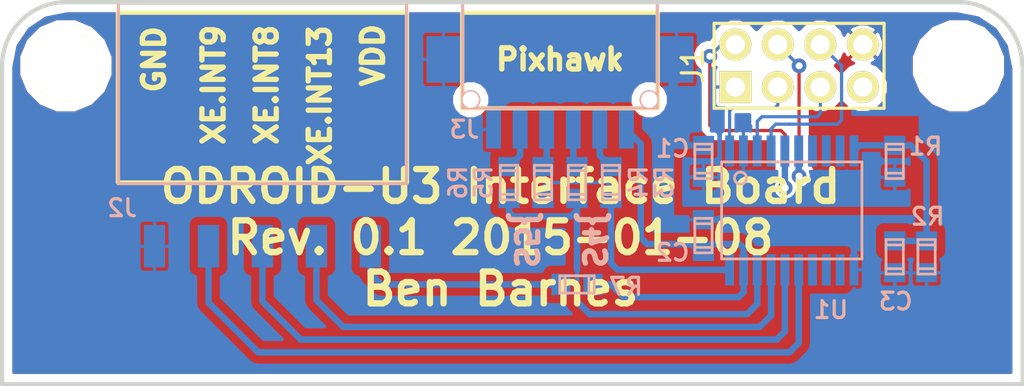
<source format=kicad_pcb>
(kicad_pcb (version 3) (host pcbnew "(2013-may-18)-stable")

  (general
    (links 35)
    (no_connects 0)
    (area 122.7726 84.605934 171.850001 111.600001)
    (thickness 1.6)
    (drawings 23)
    (tracks 111)
    (zones 0)
    (modules 16)
    (nets 20)
  )

  (page A4)
  (title_block 
    (title "ODROID-U3 5V UART Adapter")
    (rev 0.1)
    (company "MAV Sight")
  )

  (layers
    (15 F.Cu signal)
    (0 B.Cu signal)
    (16 B.Adhes user)
    (17 F.Adhes user)
    (18 B.Paste user)
    (19 F.Paste user)
    (20 B.SilkS user)
    (21 F.SilkS user)
    (22 B.Mask user)
    (23 F.Mask user)
    (24 Dwgs.User user hide)
    (25 Cmts.User user hide)
    (26 Eco1.User user hide)
    (27 Eco2.User user)
    (28 Edge.Cuts user)
  )

  (setup
    (last_trace_width 0.3048)
    (user_trace_width 0.2032)
    (user_trace_width 0.3048)
    (trace_clearance 0.1524)
    (zone_clearance 0.381)
    (zone_45_only no)
    (trace_min 0.1524)
    (segment_width 0.2)
    (edge_width 0.1524)
    (via_size 0.69)
    (via_drill 0.33)
    (via_min_size 0.69)
    (via_min_drill 0.33)
    (uvia_size 0.02)
    (uvia_drill 0.005)
    (uvias_allowed no)
    (uvia_min_size 0.02)
    (uvia_min_drill 0.005)
    (pcb_text_width 0.3)
    (pcb_text_size 1.5 1.5)
    (mod_edge_width 0.15)
    (mod_text_size 1 1)
    (mod_text_width 0.15)
    (pad_size 3.3 3.3)
    (pad_drill 3.3)
    (pad_to_mask_clearance 0)
    (aux_axis_origin 147.75 102.5)
    (visible_elements FFFFFF3F)
    (pcbplotparams
      (layerselection 1)
      (usegerberextensions true)
      (excludeedgelayer true)
      (linewidth 0.150000)
      (plotframeref false)
      (viasonmask false)
      (mode 1)
      (useauxorigin true)
      (hpglpennumber 1)
      (hpglpenspeed 20)
      (hpglpendiameter 15)
      (hpglpenoverlay 2)
      (psnegative false)
      (psa4output false)
      (plotreference true)
      (plotvalue true)
      (plotothertext true)
      (plotinvisibletext false)
      (padsonsilk false)
      (subtractmaskfromsilk true)
      (outputformat 1)
      (mirror false)
      (drillshape 0)
      (scaleselection 1)
      (outputdirectory Gerber/ODROID-U3-5V-UART-Adapter-DIY01/))
  )

  (net 0 "")
  (net 1 +1.8V)
  (net 2 /PIXHAWK_S4_RX)
  (net 3 /PIXHAWK_S4_TX)
  (net 4 /PIXHAWK_S5_RX)
  (net 5 /PIXHAWK_S5_TX)
  (net 6 /VDD_CONN)
  (net 7 GND)
  (net 8 GPIO1)
  (net 9 GPIO2)
  (net 10 GPIO3)
  (net 11 OE)
  (net 12 PIXHAWK_RX)
  (net 13 PIXHAWK_TX)
  (net 14 UART_0.RXD)
  (net 15 UART_0.TXD)
  (net 16 VDD)
  (net 17 XE.INT13)
  (net 18 XE.INT8)
  (net 19 XE.INT9)

  (net_class Default "This is the default net class."
    (clearance 0.1524)
    (trace_width 0.1524)
    (via_dia 0.69)
    (via_drill 0.33)
    (uvia_dia 0.02)
    (uvia_drill 0.005)
    (add_net "")
    (add_net +1.8V)
    (add_net /PIXHAWK_S4_RX)
    (add_net /PIXHAWK_S4_TX)
    (add_net /PIXHAWK_S5_RX)
    (add_net /PIXHAWK_S5_TX)
    (add_net /VDD_CONN)
    (add_net GND)
    (add_net GPIO1)
    (add_net GPIO2)
    (add_net GPIO3)
    (add_net OE)
    (add_net PIXHAWK_RX)
    (add_net PIXHAWK_TX)
    (add_net UART_0.RXD)
    (add_net UART_0.TXD)
    (add_net VDD)
    (add_net XE.INT13)
    (add_net XE.INT8)
    (add_net XE.INT9)
  )

  (module tssop-20 (layer B.Cu) (tedit 54AD9EF3) (tstamp 54ACA626)
    (at 160.907 103.315)
    (descr TSSOP-20)
    (path /54AB9466)
    (attr smd)
    (fp_text reference U1 (at 1.843 4.685) (layer B.SilkS)
      (effects (font (size 0.8001 0.8001) (thickness 0.14986)) (justify mirror))
    )
    (fp_text value TXS0108EPWR (at 0.343 4.435) (layer B.SilkS) hide
      (effects (font (size 1.00076 1.00076) (thickness 0.14986)) (justify mirror))
    )
    (fp_line (start 3.302 2.286) (end -3.302 2.286) (layer B.SilkS) (width 0.127))
    (fp_line (start -3.302 2.286) (end -3.302 -2.286) (layer B.SilkS) (width 0.127))
    (fp_line (start -3.302 -2.286) (end 3.302 -2.286) (layer B.SilkS) (width 0.127))
    (fp_line (start 3.302 -2.286) (end 3.302 2.286) (layer B.SilkS) (width 0.127))
    (fp_circle (center -2.413 -1.524) (end -2.54 -1.778) (layer B.SilkS) (width 0.127))
    (pad 5 smd rect (at -0.32512 -2.79908) (size 0.4191 1.47066)
      (layers B.Cu B.Paste B.Mask)
      (net 18 XE.INT8)
    )
    (pad 6 smd rect (at 0.32512 -2.79908) (size 0.4191 1.47066)
      (layers B.Cu B.Paste B.Mask)
      (net 19 XE.INT9)
    )
    (pad 7 smd rect (at 0.97536 -2.79908) (size 0.4191 1.47066)
      (layers B.Cu B.Paste B.Mask)
    )
    (pad 8 smd rect (at 1.6256 -2.79908) (size 0.4191 1.47066)
      (layers B.Cu B.Paste B.Mask)
    )
    (pad 19 smd rect (at -2.26568 2.794) (size 0.4191 1.47066)
      (layers B.Cu B.Paste B.Mask)
      (net 16 VDD)
    )
    (pad 2 smd rect (at -2.27584 -2.79908) (size 0.4191 1.47066)
      (layers B.Cu B.Paste B.Mask)
      (net 1 +1.8V)
    )
    (pad 3 smd rect (at -1.6256 -2.79908) (size 0.4191 1.47066)
      (layers B.Cu B.Paste B.Mask)
      (net 15 UART_0.TXD)
    )
    (pad 4 smd rect (at -0.97536 -2.79908) (size 0.4191 1.47066)
      (layers B.Cu B.Paste B.Mask)
      (net 17 XE.INT13)
    )
    (pad 12 smd rect (at 2.27584 2.79908) (size 0.4191 1.47066)
      (layers B.Cu B.Paste B.Mask)
    )
    (pad 13 smd rect (at 1.6256 2.79908) (size 0.4191 1.47066)
      (layers B.Cu B.Paste B.Mask)
    )
    (pad 14 smd rect (at 0.97536 2.79908) (size 0.4191 1.47066)
      (layers B.Cu B.Paste B.Mask)
    )
    (pad 15 smd rect (at 0.32512 2.79908) (size 0.4191 1.47066)
      (layers B.Cu B.Paste B.Mask)
      (net 10 GPIO3)
    )
    (pad 16 smd rect (at -0.32512 2.79908) (size 0.4191 1.47066)
      (layers B.Cu B.Paste B.Mask)
      (net 9 GPIO2)
    )
    (pad 17 smd rect (at -0.97536 2.79908) (size 0.4191 1.47066)
      (layers B.Cu B.Paste B.Mask)
      (net 8 GPIO1)
    )
    (pad 9 smd rect (at 2.27584 -2.79908) (size 0.4191 1.47066)
      (layers B.Cu B.Paste B.Mask)
    )
    (pad 18 smd rect (at -1.6256 2.794) (size 0.4191 1.47066)
      (layers B.Cu B.Paste B.Mask)
      (net 12 PIXHAWK_RX)
    )
    (pad 1 smd rect (at -2.92608 -2.79908) (size 0.4191 1.47066)
      (layers B.Cu B.Paste B.Mask)
      (net 14 UART_0.RXD)
    )
    (pad 10 smd rect (at 2.92608 -2.79908) (size 0.4191 1.47066)
      (layers B.Cu B.Paste B.Mask)
      (net 11 OE)
    )
    (pad 11 smd rect (at 2.92608 2.79908) (size 0.4191 1.47066)
      (layers B.Cu B.Paste B.Mask)
      (net 7 GND)
    )
    (pad 20 smd rect (at -2.92608 2.79908) (size 0.4191 1.47066)
      (layers B.Cu B.Paste B.Mask)
      (net 13 PIXHAWK_TX)
    )
    (model smd/smd_dil/tssop-20.wrl
      (at (xyz 0 0 0))
      (scale (xyz 1 1 1))
      (rotate (xyz 0 0 0))
    )
  )

  (module PIN_ARRAY_2MM_4x2 (layer F.Cu) (tedit 54AE0B74) (tstamp 54ACA636)
    (at 161.25 96.5 90)
    (path /54AC3E7C)
    (fp_text reference J1 (at 0 -5 90) (layer F.SilkS)
      (effects (font (size 1 1) (thickness 0.15)))
    )
    (fp_text value PIN_HEADER_2X4_2MM_TH (at 0 5.5 90) (layer F.SilkS) hide
      (effects (font (size 1 1) (thickness 0.15)))
    )
    (fp_line (start -2 -4) (end 2 -4) (layer F.SilkS) (width 0.15))
    (fp_line (start 2 -4) (end 2 4) (layer F.SilkS) (width 0.15))
    (fp_line (start 2 4) (end -2 4) (layer F.SilkS) (width 0.15))
    (fp_line (start -2 4) (end -2 -4) (layer F.SilkS) (width 0.15))
    (pad 1 thru_hole rect (at -1 -3 90) (size 1.5 1.5) (drill 0.9)
      (layers *.Cu *.Mask F.SilkS)
      (net 1 +1.8V)
    )
    (pad 2 thru_hole circle (at 1 -3 90) (size 1.5 1.5) (drill 0.9)
      (layers *.Cu *.Mask F.SilkS)
      (net 18 XE.INT8)
    )
    (pad 3 thru_hole circle (at -1 -1 90) (size 1.5 1.5) (drill 0.9)
      (layers *.Cu *.Mask F.SilkS)
      (net 14 UART_0.RXD)
    )
    (pad 4 thru_hole circle (at 1 -1 90) (size 1.5 1.5) (drill 0.9)
      (layers *.Cu *.Mask F.SilkS)
      (net 19 XE.INT9)
    )
    (pad 5 thru_hole circle (at -1 1 90) (size 1.5 1.5) (drill 0.9)
      (layers *.Cu *.Mask F.SilkS)
      (net 15 UART_0.TXD)
    )
    (pad 6 thru_hole circle (at 1 1 90) (size 1.5 1.5) (drill 0.9)
      (layers *.Cu *.Mask F.SilkS)
      (net 17 XE.INT13)
    )
    (pad 7 thru_hole circle (at -1 3 90) (size 1.5 1.5) (drill 0.9)
      (layers *.Cu *.Mask F.SilkS)
    )
    (pad 8 thru_hole circle (at 1 3 90) (size 1.5 1.5) (drill 0.9)
      (layers *.Cu *.Mask F.SilkS)
      (net 7 GND)
    )
  )

  (module DF13-6P-1.25H (layer B.Cu) (tedit 54AE1258) (tstamp 54ACA648)
    (at 150 99.5 180)
    (path /54AC6FB2)
    (fp_text reference J3 (at 4.5 0 180) (layer B.SilkS)
      (effects (font (size 0.8 0.8) (thickness 0.15)) (justify mirror))
    )
    (fp_text value DF13-6P-1.25H (at 0 -2.5 180) (layer B.SilkS) hide
      (effects (font (size 1 1) (thickness 0.15)) (justify mirror))
    )
    (fp_line (start -4.58 6) (end 4.58 6) (layer B.SilkS) (width 0.15))
    (fp_line (start 4.58 6) (end 4.58 1) (layer B.SilkS) (width 0.15))
    (fp_line (start 4.58 1) (end -4.58 1) (layer B.SilkS) (width 0.15))
    (fp_line (start -4.58 1) (end -4.58 6) (layer B.SilkS) (width 0.15))
    (pad 1 smd rect (at -3.125 0 180) (size 0.7 1.8)
      (layers B.Cu B.Paste B.Mask)
      (net 16 VDD)
    )
    (pad 2 smd rect (at -1.875 0 180) (size 0.7 1.8)
      (layers B.Cu B.Paste B.Mask)
      (net 3 /PIXHAWK_S4_TX)
    )
    (pad 3 smd rect (at -0.625 0 180) (size 0.7 1.8)
      (layers B.Cu B.Paste B.Mask)
      (net 2 /PIXHAWK_S4_RX)
    )
    (pad 4 smd rect (at 0.625 0 180) (size 0.7 1.8)
      (layers B.Cu B.Paste B.Mask)
      (net 5 /PIXHAWK_S5_TX)
    )
    (pad 5 smd rect (at 1.875 0 180) (size 0.7 1.8)
      (layers B.Cu B.Paste B.Mask)
      (net 4 /PIXHAWK_S5_RX)
    )
    (pad 6 smd rect (at 3.125 0 180) (size 0.7 1.8)
      (layers B.Cu B.Paste B.Mask)
      (net 7 GND)
    )
    (pad "" np_thru_hole circle (at 4.2 1.4 180) (size 0.9 0.9) (drill 0.762)
      (layers *.Cu *.Mask B.SilkS)
    )
    (pad "" np_thru_hole circle (at -4.2 1.4 180) (size 0.9 0.9) (drill 0.762)
      (layers *.Cu *.Mask B.SilkS)
    )
    (pad 7 smd rect (at -5.48 3.3 180) (size 1.6 2.2)
      (layers B.Cu B.Paste B.Mask)
      (net 7 GND)
    )
    (pad 8 smd rect (at 5.48 3.3 180) (size 1.6 2.2)
      (layers B.Cu B.Paste B.Mask)
      (net 7 GND)
    )
  )

  (module c_0603 (layer B.Cu) (tedit 54AE1292) (tstamp 54ACE30A)
    (at 167.25 105.5 270)
    (descr "SMT capacitor, 0603")
    (path /54AB96BF)
    (fp_text reference R2 (at -1.9 -0.05 360) (layer B.SilkS)
      (effects (font (size 0.8 0.8) (thickness 0.15)) (justify mirror))
    )
    (fp_text value 100k (at 0 -0.635 270) (layer B.SilkS) hide
      (effects (font (size 0.20066 0.20066) (thickness 0.04064)) (justify mirror))
    )
    (fp_line (start 0.5588 -0.4064) (end 0.5588 0.4064) (layer B.SilkS) (width 0.127))
    (fp_line (start -0.5588 0.381) (end -0.5588 -0.4064) (layer B.SilkS) (width 0.127))
    (fp_line (start -0.8128 0.4064) (end 0.8128 0.4064) (layer B.SilkS) (width 0.127))
    (fp_line (start 0.8128 0.4064) (end 0.8128 -0.4064) (layer B.SilkS) (width 0.127))
    (fp_line (start 0.8128 -0.4064) (end -0.8128 -0.4064) (layer B.SilkS) (width 0.127))
    (fp_line (start -0.8128 -0.4064) (end -0.8128 0.4064) (layer B.SilkS) (width 0.127))
    (pad 1 smd rect (at 0.75184 0 270) (size 0.89916 1.00076)
      (layers B.Cu B.Paste B.Mask)
      (net 7 GND)
    )
    (pad 2 smd rect (at -0.75184 0 270) (size 0.89916 1.00076)
      (layers B.Cu B.Paste B.Mask)
      (net 11 OE)
    )
    (model smd/capacitors/c_0603.wrl
      (at (xyz 0 0 0))
      (scale (xyz 1 1 1))
      (rotate (xyz 0 0 0))
    )
  )

  (module c_0603 (layer B.Cu) (tedit 54AE1296) (tstamp 54ACA660)
    (at 165.75 105.5 90)
    (descr "SMT capacitor, 0603")
    (path /54AB9700)
    (fp_text reference C3 (at -2.1 0.05 180) (layer B.SilkS)
      (effects (font (size 0.8 0.8) (thickness 0.15)) (justify mirror))
    )
    (fp_text value 1n (at 0 -0.635 90) (layer B.SilkS) hide
      (effects (font (size 0.20066 0.20066) (thickness 0.04064)) (justify mirror))
    )
    (fp_line (start 0.5588 -0.4064) (end 0.5588 0.4064) (layer B.SilkS) (width 0.127))
    (fp_line (start -0.5588 0.381) (end -0.5588 -0.4064) (layer B.SilkS) (width 0.127))
    (fp_line (start -0.8128 0.4064) (end 0.8128 0.4064) (layer B.SilkS) (width 0.127))
    (fp_line (start 0.8128 0.4064) (end 0.8128 -0.4064) (layer B.SilkS) (width 0.127))
    (fp_line (start 0.8128 -0.4064) (end -0.8128 -0.4064) (layer B.SilkS) (width 0.127))
    (fp_line (start -0.8128 -0.4064) (end -0.8128 0.4064) (layer B.SilkS) (width 0.127))
    (pad 1 smd rect (at 0.75184 0 90) (size 0.89916 1.00076)
      (layers B.Cu B.Paste B.Mask)
      (net 11 OE)
    )
    (pad 2 smd rect (at -0.75184 0 90) (size 0.89916 1.00076)
      (layers B.Cu B.Paste B.Mask)
      (net 7 GND)
    )
    (model smd/capacitors/c_0603.wrl
      (at (xyz 0 0 0))
      (scale (xyz 1 1 1))
      (rotate (xyz 0 0 0))
    )
  )

  (module c_0603 (layer B.Cu) (tedit 54AE12A5) (tstamp 54ACA66C)
    (at 165.75 101 270)
    (descr "SMT capacitor, 0603")
    (path /54AB970F)
    (fp_text reference R1 (at -0.7 -1.45 360) (layer B.SilkS)
      (effects (font (size 0.8 0.8) (thickness 0.15)) (justify mirror))
    )
    (fp_text value 1k (at 0 -0.635 270) (layer B.SilkS) hide
      (effects (font (size 0.20066 0.20066) (thickness 0.04064)) (justify mirror))
    )
    (fp_line (start 0.5588 -0.4064) (end 0.5588 0.4064) (layer B.SilkS) (width 0.127))
    (fp_line (start -0.5588 0.381) (end -0.5588 -0.4064) (layer B.SilkS) (width 0.127))
    (fp_line (start -0.8128 0.4064) (end 0.8128 0.4064) (layer B.SilkS) (width 0.127))
    (fp_line (start 0.8128 0.4064) (end 0.8128 -0.4064) (layer B.SilkS) (width 0.127))
    (fp_line (start 0.8128 -0.4064) (end -0.8128 -0.4064) (layer B.SilkS) (width 0.127))
    (fp_line (start -0.8128 -0.4064) (end -0.8128 0.4064) (layer B.SilkS) (width 0.127))
    (pad 1 smd rect (at 0.75184 0 270) (size 0.89916 1.00076)
      (layers B.Cu B.Paste B.Mask)
      (net 1 +1.8V)
    )
    (pad 2 smd rect (at -0.75184 0 270) (size 0.89916 1.00076)
      (layers B.Cu B.Paste B.Mask)
      (net 11 OE)
    )
    (model smd/capacitors/c_0603.wrl
      (at (xyz 0 0 0))
      (scale (xyz 1 1 1))
      (rotate (xyz 0 0 0))
    )
  )

  (module c_0603 (layer B.Cu) (tedit 54AE123A) (tstamp 54ACA678)
    (at 156.75 101 270)
    (descr "SMT capacitor, 0603")
    (path /54ABB1F8)
    (fp_text reference C1 (at -0.6 1.45 360) (layer B.SilkS)
      (effects (font (size 0.8 0.8) (thickness 0.15)) (justify mirror))
    )
    (fp_text value 10n (at 0 -0.635 270) (layer B.SilkS) hide
      (effects (font (size 0.20066 0.20066) (thickness 0.04064)) (justify mirror))
    )
    (fp_line (start 0.5588 -0.4064) (end 0.5588 0.4064) (layer B.SilkS) (width 0.127))
    (fp_line (start -0.5588 0.381) (end -0.5588 -0.4064) (layer B.SilkS) (width 0.127))
    (fp_line (start -0.8128 0.4064) (end 0.8128 0.4064) (layer B.SilkS) (width 0.127))
    (fp_line (start 0.8128 0.4064) (end 0.8128 -0.4064) (layer B.SilkS) (width 0.127))
    (fp_line (start 0.8128 -0.4064) (end -0.8128 -0.4064) (layer B.SilkS) (width 0.127))
    (fp_line (start -0.8128 -0.4064) (end -0.8128 0.4064) (layer B.SilkS) (width 0.127))
    (pad 1 smd rect (at 0.75184 0 270) (size 0.89916 1.00076)
      (layers B.Cu B.Paste B.Mask)
      (net 1 +1.8V)
    )
    (pad 2 smd rect (at -0.75184 0 270) (size 0.89916 1.00076)
      (layers B.Cu B.Paste B.Mask)
      (net 7 GND)
    )
    (model smd/capacitors/c_0603.wrl
      (at (xyz 0 0 0))
      (scale (xyz 1 1 1))
      (rotate (xyz 0 0 0))
    )
  )

  (module c_0603 (layer B.Cu) (tedit 54AE124C) (tstamp 54ACA684)
    (at 156.75 104.5 270)
    (descr "SMT capacitor, 0603")
    (path /54ABB207)
    (fp_text reference C2 (at 0.8 1.45 360) (layer B.SilkS)
      (effects (font (size 0.8 0.8) (thickness 0.15)) (justify mirror))
    )
    (fp_text value 10n (at 0 -0.635 270) (layer B.SilkS) hide
      (effects (font (size 0.20066 0.20066) (thickness 0.04064)) (justify mirror))
    )
    (fp_line (start 0.5588 -0.4064) (end 0.5588 0.4064) (layer B.SilkS) (width 0.127))
    (fp_line (start -0.5588 0.381) (end -0.5588 -0.4064) (layer B.SilkS) (width 0.127))
    (fp_line (start -0.8128 0.4064) (end 0.8128 0.4064) (layer B.SilkS) (width 0.127))
    (fp_line (start 0.8128 0.4064) (end 0.8128 -0.4064) (layer B.SilkS) (width 0.127))
    (fp_line (start 0.8128 -0.4064) (end -0.8128 -0.4064) (layer B.SilkS) (width 0.127))
    (fp_line (start -0.8128 -0.4064) (end -0.8128 0.4064) (layer B.SilkS) (width 0.127))
    (pad 1 smd rect (at 0.75184 0 270) (size 0.89916 1.00076)
      (layers B.Cu B.Paste B.Mask)
      (net 16 VDD)
    )
    (pad 2 smd rect (at -0.75184 0 270) (size 0.89916 1.00076)
      (layers B.Cu B.Paste B.Mask)
      (net 7 GND)
    )
    (model smd/capacitors/c_0603.wrl
      (at (xyz 0 0 0))
      (scale (xyz 1 1 1))
      (rotate (xyz 0 0 0))
    )
  )

  (module BG300-05-A-L-A (layer B.Cu) (tedit 54AE11D0) (tstamp 54AE4733)
    (at 136 105)
    (path /54AC82A1)
    (fp_text reference J2 (at -6.6 -1.8) (layer B.SilkS)
      (effects (font (size 0.8 0.8) (thickness 0.15)) (justify mirror))
    )
    (fp_text value BG300-05-A-L-A (at 0 5.08) (layer B.SilkS) hide
      (effects (font (size 1 1) (thickness 0.15)) (justify mirror))
    )
    (fp_line (start -6.78 -2.95) (end 6.78 -2.95) (layer B.SilkS) (width 0.15))
    (fp_line (start 6.78 -2.95) (end 6.78 -11.45) (layer B.SilkS) (width 0.15))
    (fp_line (start 6.78 -11.45) (end -6.78 -11.45) (layer B.SilkS) (width 0.15))
    (fp_line (start -6.78 -11.45) (end -6.78 -2.95) (layer B.SilkS) (width 0.15))
    (pad 1 smd rect (at 5.08 0) (size 1 2)
      (layers B.Cu B.Paste B.Mask)
      (net 6 /VDD_CONN)
    )
    (pad 2 smd rect (at 2.54 0) (size 1 2)
      (layers B.Cu B.Paste B.Mask)
      (net 8 GPIO1)
    )
    (pad 3 smd rect (at 0 0) (size 1 2)
      (layers B.Cu B.Paste B.Mask)
      (net 9 GPIO2)
    )
    (pad 4 smd rect (at -2.54 0) (size 1 2)
      (layers B.Cu B.Paste B.Mask)
      (net 10 GPIO3)
    )
    (pad 5 smd rect (at -5.08 0) (size 1 2)
      (layers B.Cu B.Paste B.Mask)
      (net 7 GND)
    )
  )

  (module M3_DRILL (layer F.Cu) (tedit 54ADCB4B) (tstamp 54AE4691)
    (at 168.75 96.5 270)
    (path /54ADC92B)
    (fp_text reference M1 (at 3.25 -1.5 270) (layer F.SilkS) hide
      (effects (font (size 1 1) (thickness 0.15)))
    )
    (fp_text value M3_DRILL (at 0 3.25 270) (layer F.SilkS) hide
      (effects (font (size 1 1) (thickness 0.15)))
    )
    (pad "" np_thru_hole circle (at 0 0 270) (size 3.3 3.3) (drill 3.3)
      (layers *.Cu *.Mask F.SilkS)
      (solder_mask_margin 0.7)
      (clearance 0.5)
    )
  )

  (module M3_DRILL (layer F.Cu) (tedit 54ADCB51) (tstamp 54AE4696)
    (at 126.75 96.5 270)
    (path /54ADC93A)
    (fp_text reference M2 (at 0 -3.5 270) (layer F.SilkS) hide
      (effects (font (size 1 1) (thickness 0.15)))
    )
    (fp_text value M3_DRILL (at 0 3.25 270) (layer F.SilkS) hide
      (effects (font (size 1 1) (thickness 0.15)))
    )
    (pad "" np_thru_hole circle (at 0 0 270) (size 3.3 3.3) (drill 3.3)
      (layers *.Cu *.Mask F.SilkS)
      (solder_mask_margin 0.7)
      (clearance 0.5)
    )
  )

  (module c_0603 (layer B.Cu) (tedit 54AE121E) (tstamp 54AE04C3)
    (at 150.8 102 270)
    (descr "SMT capacitor, 0603")
    (path /54AE060D)
    (fp_text reference R4 (at 0 -2.9 270) (layer B.SilkS)
      (effects (font (size 0.8 0.8) (thickness 0.15)) (justify mirror))
    )
    (fp_text value 0R (at 0 -0.635 270) (layer B.SilkS) hide
      (effects (font (size 0.20066 0.20066) (thickness 0.04064)) (justify mirror))
    )
    (fp_line (start 0.5588 -0.4064) (end 0.5588 0.4064) (layer B.SilkS) (width 0.127))
    (fp_line (start -0.5588 0.381) (end -0.5588 -0.4064) (layer B.SilkS) (width 0.127))
    (fp_line (start -0.8128 0.4064) (end 0.8128 0.4064) (layer B.SilkS) (width 0.127))
    (fp_line (start 0.8128 0.4064) (end 0.8128 -0.4064) (layer B.SilkS) (width 0.127))
    (fp_line (start 0.8128 -0.4064) (end -0.8128 -0.4064) (layer B.SilkS) (width 0.127))
    (fp_line (start -0.8128 -0.4064) (end -0.8128 0.4064) (layer B.SilkS) (width 0.127))
    (pad 1 smd rect (at 0.75184 0 270) (size 0.89916 1.00076)
      (layers B.Cu B.Paste B.Mask)
      (net 12 PIXHAWK_RX)
    )
    (pad 2 smd rect (at -0.75184 0 270) (size 0.89916 1.00076)
      (layers B.Cu B.Paste B.Mask)
      (net 2 /PIXHAWK_S4_RX)
    )
    (model smd/capacitors/c_0603.wrl
      (at (xyz 0 0 0))
      (scale (xyz 1 1 1))
      (rotate (xyz 0 0 0))
    )
  )

  (module c_0603 (layer B.Cu) (tedit 54AE122D) (tstamp 54AE04CF)
    (at 152.4 102 270)
    (descr "SMT capacitor, 0603")
    (path /54AE061C)
    (fp_text reference R3 (at 0 -2.5 270) (layer B.SilkS)
      (effects (font (size 0.8 0.8) (thickness 0.15)) (justify mirror))
    )
    (fp_text value 0R (at 0 -0.635 270) (layer B.SilkS) hide
      (effects (font (size 0.20066 0.20066) (thickness 0.04064)) (justify mirror))
    )
    (fp_line (start 0.5588 -0.4064) (end 0.5588 0.4064) (layer B.SilkS) (width 0.127))
    (fp_line (start -0.5588 0.381) (end -0.5588 -0.4064) (layer B.SilkS) (width 0.127))
    (fp_line (start -0.8128 0.4064) (end 0.8128 0.4064) (layer B.SilkS) (width 0.127))
    (fp_line (start 0.8128 0.4064) (end 0.8128 -0.4064) (layer B.SilkS) (width 0.127))
    (fp_line (start 0.8128 -0.4064) (end -0.8128 -0.4064) (layer B.SilkS) (width 0.127))
    (fp_line (start -0.8128 -0.4064) (end -0.8128 0.4064) (layer B.SilkS) (width 0.127))
    (pad 1 smd rect (at 0.75184 0 270) (size 0.89916 1.00076)
      (layers B.Cu B.Paste B.Mask)
      (net 13 PIXHAWK_TX)
    )
    (pad 2 smd rect (at -0.75184 0 270) (size 0.89916 1.00076)
      (layers B.Cu B.Paste B.Mask)
      (net 3 /PIXHAWK_S4_TX)
    )
    (model smd/capacitors/c_0603.wrl
      (at (xyz 0 0 0))
      (scale (xyz 1 1 1))
      (rotate (xyz 0 0 0))
    )
  )

  (module c_0603 (layer B.Cu) (tedit 54AE1209) (tstamp 54AE1195)
    (at 149.2 102 270)
    (descr "SMT capacitor, 0603")
    (path /54AE062B)
    (fp_text reference R5 (at 0 2.8 270) (layer B.SilkS)
      (effects (font (size 0.8 0.8) (thickness 0.15)) (justify mirror))
    )
    (fp_text value 0R (at 0 -0.635 270) (layer B.SilkS) hide
      (effects (font (size 0.20066 0.20066) (thickness 0.04064)) (justify mirror))
    )
    (fp_line (start 0.5588 -0.4064) (end 0.5588 0.4064) (layer B.SilkS) (width 0.127))
    (fp_line (start -0.5588 0.381) (end -0.5588 -0.4064) (layer B.SilkS) (width 0.127))
    (fp_line (start -0.8128 0.4064) (end 0.8128 0.4064) (layer B.SilkS) (width 0.127))
    (fp_line (start 0.8128 0.4064) (end 0.8128 -0.4064) (layer B.SilkS) (width 0.127))
    (fp_line (start 0.8128 -0.4064) (end -0.8128 -0.4064) (layer B.SilkS) (width 0.127))
    (fp_line (start -0.8128 -0.4064) (end -0.8128 0.4064) (layer B.SilkS) (width 0.127))
    (pad 1 smd rect (at 0.75184 0 270) (size 0.89916 1.00076)
      (layers B.Cu B.Paste B.Mask)
      (net 13 PIXHAWK_TX)
    )
    (pad 2 smd rect (at -0.75184 0 270) (size 0.89916 1.00076)
      (layers B.Cu B.Paste B.Mask)
      (net 5 /PIXHAWK_S5_TX)
    )
    (model smd/capacitors/c_0603.wrl
      (at (xyz 0 0 0))
      (scale (xyz 1 1 1))
      (rotate (xyz 0 0 0))
    )
  )

  (module c_0603 (layer B.Cu) (tedit 54AE1205) (tstamp 54AE04E7)
    (at 147.6 102 270)
    (descr "SMT capacitor, 0603")
    (path /54AE063A)
    (fp_text reference R6 (at 0 2.4 270) (layer B.SilkS)
      (effects (font (size 0.8 0.8) (thickness 0.15)) (justify mirror))
    )
    (fp_text value 0R (at 0 -0.635 270) (layer B.SilkS) hide
      (effects (font (size 0.20066 0.20066) (thickness 0.04064)) (justify mirror))
    )
    (fp_line (start 0.5588 -0.4064) (end 0.5588 0.4064) (layer B.SilkS) (width 0.127))
    (fp_line (start -0.5588 0.381) (end -0.5588 -0.4064) (layer B.SilkS) (width 0.127))
    (fp_line (start -0.8128 0.4064) (end 0.8128 0.4064) (layer B.SilkS) (width 0.127))
    (fp_line (start 0.8128 0.4064) (end 0.8128 -0.4064) (layer B.SilkS) (width 0.127))
    (fp_line (start 0.8128 -0.4064) (end -0.8128 -0.4064) (layer B.SilkS) (width 0.127))
    (fp_line (start -0.8128 -0.4064) (end -0.8128 0.4064) (layer B.SilkS) (width 0.127))
    (pad 1 smd rect (at 0.75184 0 270) (size 0.89916 1.00076)
      (layers B.Cu B.Paste B.Mask)
      (net 12 PIXHAWK_RX)
    )
    (pad 2 smd rect (at -0.75184 0 270) (size 0.89916 1.00076)
      (layers B.Cu B.Paste B.Mask)
      (net 4 /PIXHAWK_S5_RX)
    )
    (model smd/capacitors/c_0603.wrl
      (at (xyz 0 0 0))
      (scale (xyz 1 1 1))
      (rotate (xyz 0 0 0))
    )
  )

  (module c_0603 (layer B.Cu) (tedit 54AE11FF) (tstamp 54AE1220)
    (at 150.8 106.8)
    (descr "SMT capacitor, 0603")
    (path /54AE0E59)
    (fp_text reference R7 (at 2.3 0.1) (layer B.SilkS)
      (effects (font (size 0.8 0.8) (thickness 0.15)) (justify mirror))
    )
    (fp_text value 0R (at 0 -0.635) (layer B.SilkS) hide
      (effects (font (size 0.20066 0.20066) (thickness 0.04064)) (justify mirror))
    )
    (fp_line (start 0.5588 -0.4064) (end 0.5588 0.4064) (layer B.SilkS) (width 0.127))
    (fp_line (start -0.5588 0.381) (end -0.5588 -0.4064) (layer B.SilkS) (width 0.127))
    (fp_line (start -0.8128 0.4064) (end 0.8128 0.4064) (layer B.SilkS) (width 0.127))
    (fp_line (start 0.8128 0.4064) (end 0.8128 -0.4064) (layer B.SilkS) (width 0.127))
    (fp_line (start 0.8128 -0.4064) (end -0.8128 -0.4064) (layer B.SilkS) (width 0.127))
    (fp_line (start -0.8128 -0.4064) (end -0.8128 0.4064) (layer B.SilkS) (width 0.127))
    (pad 1 smd rect (at 0.75184 0) (size 0.89916 1.00076)
      (layers B.Cu B.Paste B.Mask)
      (net 16 VDD)
    )
    (pad 2 smd rect (at -0.75184 0) (size 0.89916 1.00076)
      (layers B.Cu B.Paste B.Mask)
      (net 6 /VDD_CONN)
    )
    (model smd/capacitors/c_0603.wrl
      (at (xyz 0 0 0))
      (scale (xyz 1 1 1))
      (rotate (xyz 0 0 0))
    )
  )

  (gr_line (start 154.6 94) (end 145.4 94) (angle 90) (layer F.SilkS) (width 0.2))
  (gr_line (start 154.6 98.5) (end 154.6 94) (angle 90) (layer F.SilkS) (width 0.2))
  (gr_line (start 145.4 98.5) (end 154.6 98.5) (angle 90) (layer F.SilkS) (width 0.2))
  (gr_line (start 145.4 94) (end 145.4 98.5) (angle 90) (layer F.SilkS) (width 0.2))
  (gr_line (start 142.8 94) (end 129.2 94) (angle 90) (layer F.SilkS) (width 0.2))
  (gr_line (start 142.8 102) (end 142.8 94) (angle 90) (layer F.SilkS) (width 0.2))
  (gr_line (start 129.2 102) (end 142.8 102) (angle 90) (layer F.SilkS) (width 0.2))
  (gr_line (start 129.2 94) (end 129.2 102) (angle 90) (layer F.SilkS) (width 0.2))
  (gr_text Pixhawk (at 150 96.2) (layer F.SilkS)
    (effects (font (size 1 1) (thickness 0.25)))
  )
  (gr_text GND (at 130.9 96.2 90) (layer F.SilkS)
    (effects (font (size 1 1) (thickness 0.25)))
  )
  (gr_text XE.INT9 (at 133.7 97.4 90) (layer F.SilkS)
    (effects (font (size 1 1) (thickness 0.25)))
  )
  (gr_text XE.INT8 (at 136.2 97.4 90) (layer F.SilkS)
    (effects (font (size 1 1) (thickness 0.25)))
  )
  (gr_text XE.INT13 (at 138.7 97.9 90) (layer F.SilkS)
    (effects (font (size 1 1) (thickness 0.25)))
  )
  (gr_text VDD (at 141.2 96 90) (layer F.SilkS)
    (effects (font (size 1 1) (thickness 0.25)))
  )
  (gr_text S5{ (at 148.4 104.7 270) (layer B.SilkS)
    (effects (font (size 1 1) (thickness 0.25)) (justify mirror))
  )
  (gr_text S4{ (at 151.6 104.7 270) (layer B.SilkS)
    (effects (font (size 1 1) (thickness 0.25)) (justify mirror))
  )
  (gr_text "ODROID-U3 Interface Board\nRev. 0.1 2015-01-08\nBen Barnes" (at 147.2 104.6) (layer F.SilkS)
    (effects (font (size 1.5 1.5) (thickness 0.3)))
  )
  (gr_arc (start 126.75 96.5) (end 123.75 96.5) (angle 90) (layer Edge.Cuts) (width 0.2))
  (gr_arc (start 168.75 96.5) (end 168.75 93.5) (angle 90) (layer Edge.Cuts) (width 0.2))
  (gr_line (start 123.75 111.5) (end 123.75 96.5) (angle 90) (layer Edge.Cuts) (width 0.2))
  (gr_line (start 171.75 111.5) (end 123.75 111.5) (angle 90) (layer Edge.Cuts) (width 0.2))
  (gr_line (start 171.75 96.5) (end 171.75 111.5) (angle 90) (layer Edge.Cuts) (width 0.1524))
  (gr_line (start 168.75 93.5) (end 126.75 93.5) (angle 90) (layer Edge.Cuts) (width 0.2))

  (segment (start 150.625 99.5) (end 150.625 101.07316) (width 0.3048) (layer B.Cu) (net 2))
  (segment (start 150.625 101.07316) (end 150.8 101.24816) (width 0.1524) (layer B.Cu) (net 2) (tstamp 54AE05DD))
  (segment (start 151.875 99.5) (end 151.875 100.72316) (width 0.3048) (layer B.Cu) (net 3))
  (segment (start 151.875 100.72316) (end 152.4 101.24816) (width 0.3048) (layer B.Cu) (net 3) (tstamp 54AE05DA))
  (segment (start 148.125 99.5) (end 148.125 100.72316) (width 0.3048) (layer B.Cu) (net 4))
  (segment (start 148.125 100.72316) (end 147.6 101.24816) (width 0.3048) (layer B.Cu) (net 4) (tstamp 54AE05E3))
  (segment (start 149.375 99.5) (end 149.375 101.07316) (width 0.3048) (layer B.Cu) (net 5))
  (segment (start 149.375 101.07316) (end 149.2 101.24816) (width 0.1524) (layer B.Cu) (net 5) (tstamp 54AE05E0))
  (segment (start 141.08 105) (end 141.08 106.28) (width 0.3048) (layer B.Cu) (net 6))
  (segment (start 141.6 106.8) (end 141.14 106.34) (width 0.3048) (layer B.Cu) (net 6) (tstamp 54AE06FE))
  (segment (start 141.6 106.8) (end 150.04816 106.8) (width 0.3048) (layer B.Cu) (net 6))
  (segment (start 141.08 106.28) (end 141.14 106.34) (width 0.3048) (layer B.Cu) (net 6) (tstamp 54AE075D))
  (segment (start 163.83308 106.11408) (end 163.83308 104.58308) (width 0.3048) (layer B.Cu) (net 7))
  (segment (start 162.99816 103.74816) (end 156.75 103.74816) (width 0.3048) (layer B.Cu) (net 7) (tstamp 54ADBB57) (status 20))
  (segment (start 163.83308 104.58308) (end 162.99816 103.74816) (width 0.3048) (layer B.Cu) (net 7) (tstamp 54ADBB46))
  (segment (start 156.75 100.24816) (end 155.25 100.24816) (width 0.3048) (layer B.Cu) (net 7))
  (segment (start 155.25 96.43) (end 155.48 96.2) (width 0.3048) (layer B.Cu) (net 7) (tstamp 54AE4809))
  (segment (start 155.25 100.25) (end 155.25 96.43) (width 0.3048) (layer B.Cu) (net 7) (tstamp 54AE480F))
  (segment (start 155.25 100.24816) (end 155.25 100.25) (width 0.3048) (layer B.Cu) (net 7) (tstamp 54AE480C))
  (segment (start 159.93164 106.11408) (end 159.93164 108.26836) (width 0.3048) (layer B.Cu) (net 8))
  (segment (start 138.54 107.54) (end 138.54 105) (width 0.3048) (layer B.Cu) (net 8) (tstamp 54AE0716))
  (segment (start 139.8 108.8) (end 138.54 107.54) (width 0.3048) (layer B.Cu) (net 8) (tstamp 54AE0713))
  (segment (start 159.4 108.8) (end 139.8 108.8) (width 0.3048) (layer B.Cu) (net 8) (tstamp 54AE070E))
  (segment (start 159.93164 108.26836) (end 159.4 108.8) (width 0.3048) (layer B.Cu) (net 8) (tstamp 54AE070A))
  (segment (start 160.58188 106.11408) (end 160.58188 109.01812) (width 0.3048) (layer B.Cu) (net 9))
  (segment (start 136 107.6) (end 136 105) (width 0.3048) (layer B.Cu) (net 9) (tstamp 54AE0726))
  (segment (start 137.8 109.4) (end 136 107.6) (width 0.3048) (layer B.Cu) (net 9) (tstamp 54AE0723))
  (segment (start 160.2 109.4) (end 137.8 109.4) (width 0.3048) (layer B.Cu) (net 9) (tstamp 54AE071E))
  (segment (start 160.58188 109.01812) (end 160.2 109.4) (width 0.3048) (layer B.Cu) (net 9) (tstamp 54AE071A))
  (segment (start 161.23212 106.11408) (end 161.23212 109.56788) (width 0.3048) (layer B.Cu) (net 10))
  (segment (start 133.46 107.66) (end 133.46 105) (width 0.3048) (layer B.Cu) (net 10) (tstamp 54AE072E))
  (segment (start 135.8 110) (end 133.46 107.66) (width 0.3048) (layer B.Cu) (net 10) (tstamp 54AE072C))
  (segment (start 160.8 110) (end 142.9 110) (width 0.3048) (layer B.Cu) (net 10) (tstamp 54AE072B))
  (segment (start 142.9 110) (end 135.8 110) (width 0.3048) (layer B.Cu) (net 10) (tstamp 54C44AC6))
  (segment (start 161.23212 109.56788) (end 160.8 110) (width 0.3048) (layer B.Cu) (net 10) (tstamp 54AE072A))
  (segment (start 167.25 104.74816) (end 167.25 101) (width 0.3048) (layer B.Cu) (net 11))
  (segment (start 166.49816 100.24816) (end 165.75 100.24816) (width 0.3048) (layer B.Cu) (net 11) (tstamp 54AD9346))
  (segment (start 167.25 101) (end 166.49816 100.24816) (width 0.3048) (layer B.Cu) (net 11) (tstamp 54AD9345))
  (segment (start 167.25 104.74816) (end 165.75 104.74816) (width 0.3048) (layer B.Cu) (net 11))
  (segment (start 165.75 100.24816) (end 164.10084 100.24816) (width 0.3048) (layer B.Cu) (net 11))
  (segment (start 164.10084 100.24816) (end 163.83308 100.51592) (width 0.3048) (layer B.Cu) (net 11) (tstamp 54AD9340))
  (segment (start 147.8 103.6) (end 150.5 103.6) (width 0.3048) (layer B.Cu) (net 12))
  (segment (start 147.6 102.75184) (end 147.6 103.4) (width 0.3048) (layer B.Cu) (net 12) (tstamp 54AE05EF))
  (segment (start 147.8 103.6) (end 147.6 103.4) (width 0.3048) (layer B.Cu) (net 12) (tstamp 54AE05EE))
  (segment (start 150.5 103.6) (end 150.8 103.3) (width 0.3048) (layer B.Cu) (net 12) (tstamp 54C44CBE))
  (segment (start 150.8 102.75184) (end 150.8 103.3) (width 0.3048) (layer B.Cu) (net 12) (status 400000))
  (segment (start 150.8 103.3) (end 150.8 106.1) (width 0.3048) (layer B.Cu) (net 12) (tstamp 54C44CC4))
  (segment (start 159.2814 107.7186) (end 158.8 108.2) (width 0.3048) (layer B.Cu) (net 12) (tstamp 54AE05FD))
  (segment (start 158.8 108.2) (end 151.4 108.2) (width 0.3048) (layer B.Cu) (net 12) (tstamp 54AE05FE))
  (segment (start 151.4 108.2) (end 150.8 107.6) (width 0.3048) (layer B.Cu) (net 12) (tstamp 54AE0601))
  (segment (start 159.2814 107.7186) (end 159.2814 106.109) (width 0.3048) (layer B.Cu) (net 12))
  (segment (start 150.8 106.1) (end 150.8 107.6) (width 0.2032) (layer B.Cu) (net 12))
  (segment (start 157.98092 106.11408) (end 152.71408 106.11408) (width 0.3048) (layer B.Cu) (net 13))
  (segment (start 152.4 105.8) (end 152.4 102.75184) (width 0.3048) (layer B.Cu) (net 13) (tstamp 54AE05F4))
  (segment (start 152.71408 106.11408) (end 152.4 105.8) (width 0.3048) (layer B.Cu) (net 13) (tstamp 54AE05F2))
  (segment (start 152.4 102.75184) (end 152.4 102.2) (width 0.1524) (layer B.Cu) (net 13))
  (segment (start 149.2 102.2) (end 149.2 102.75184) (width 0.1524) (layer B.Cu) (net 13) (tstamp 54AE05E9))
  (segment (start 149.4 102) (end 149.2 102.2) (width 0.1524) (layer B.Cu) (net 13) (tstamp 54AE05E8))
  (segment (start 152.2 102) (end 149.4 102) (width 0.1524) (layer B.Cu) (net 13) (tstamp 54AE05E7))
  (segment (start 152.4 102.2) (end 152.2 102) (width 0.1524) (layer B.Cu) (net 13) (tstamp 54AE05E6))
  (segment (start 160.25 97.5) (end 160.25 98.35) (width 0.1524) (layer B.Cu) (net 14))
  (segment (start 157.98092 98.61908) (end 157.98092 100.51592) (width 0.1524) (layer B.Cu) (net 14) (tstamp 54ADFCB1))
  (segment (start 158.1 98.5) (end 157.98092 98.61908) (width 0.1524) (layer B.Cu) (net 14) (tstamp 54ADFCAF))
  (segment (start 160.1 98.5) (end 158.1 98.5) (width 0.1524) (layer B.Cu) (net 14) (tstamp 54ADFCAE))
  (segment (start 160.25 98.35) (end 160.1 98.5) (width 0.1524) (layer B.Cu) (net 14) (tstamp 54ADFC9E))
  (segment (start 162.25 97.5) (end 162.25 98.75) (width 0.1524) (layer B.Cu) (net 15))
  (segment (start 159.2814 99.1186) (end 159.2814 100.51592) (width 0.1524) (layer B.Cu) (net 15) (tstamp 54ADFD43))
  (segment (start 159.5 98.9) (end 159.2814 99.1186) (width 0.1524) (layer B.Cu) (net 15) (tstamp 54ADFD42))
  (segment (start 162.1 98.9) (end 159.5 98.9) (width 0.1524) (layer B.Cu) (net 15) (tstamp 54ADFD38))
  (segment (start 162.25 98.75) (end 162.1 98.9) (width 0.1524) (layer B.Cu) (net 15) (tstamp 54ADFD31))
  (segment (start 156.75 105.25184) (end 156.55184 105.25184) (width 0.3048) (layer B.Cu) (net 16))
  (segment (start 153.8 100.175) (end 153.125 99.5) (width 0.3048) (layer B.Cu) (net 16) (tstamp 54AE07E6))
  (segment (start 153.8 104.6) (end 153.8 100.175) (width 0.3048) (layer B.Cu) (net 16) (tstamp 54AE07DC))
  (segment (start 154.1 104.9) (end 153.8 104.6) (width 0.3048) (layer B.Cu) (net 16) (tstamp 54AE07D9))
  (segment (start 156.2 104.9) (end 154.1 104.9) (width 0.3048) (layer B.Cu) (net 16) (tstamp 54AE07D0))
  (segment (start 156.55184 105.25184) (end 156.2 104.9) (width 0.3048) (layer B.Cu) (net 16) (tstamp 54AE07C2))
  (segment (start 158.64132 106.109) (end 158.64132 107.15868) (width 0.3048) (layer B.Cu) (net 16))
  (segment (start 152.4 106.8) (end 151.55184 106.8) (width 0.3048) (layer B.Cu) (net 16) (tstamp 54AE06EE))
  (segment (start 153 107.4) (end 152.4 106.8) (width 0.3048) (layer B.Cu) (net 16) (tstamp 54AE06EA))
  (segment (start 158.4 107.4) (end 153 107.4) (width 0.3048) (layer B.Cu) (net 16) (tstamp 54AE06E8))
  (segment (start 158.64132 107.15868) (end 158.4 107.4) (width 0.3048) (layer B.Cu) (net 16) (tstamp 54AE06E5))
  (segment (start 158.64132 106.109) (end 158.64132 105.09132) (width 0.3048) (layer B.Cu) (net 16))
  (segment (start 157.10184 104.9) (end 156.75 105.25184) (width 0.3048) (layer B.Cu) (net 16) (tstamp 54AD9517) (status 30))
  (segment (start 158.45 104.9) (end 157.10184 104.9) (width 0.3048) (layer B.Cu) (net 16) (tstamp 54AD9512) (status 20))
  (segment (start 158.64132 105.09132) (end 158.45 104.9) (width 0.3048) (layer B.Cu) (net 16) (tstamp 54AD950C))
  (segment (start 160.8 99.25) (end 160.15 99.25) (width 0.1524) (layer B.Cu) (net 17))
  (segment (start 159.93164 99.46836) (end 159.93164 100.51592) (width 0.1524) (layer B.Cu) (net 17) (tstamp 54AE0019))
  (segment (start 160.15 99.25) (end 159.93164 99.46836) (width 0.1524) (layer B.Cu) (net 17) (tstamp 54AE0017))
  (segment (start 162.25 95.5) (end 163.25 96.5) (width 0.1524) (layer B.Cu) (net 17))
  (segment (start 163.05 99.25) (end 160.8 99.25) (width 0.1524) (layer B.Cu) (net 17) (tstamp 54ADFFB2))
  (segment (start 160.8 99.25) (end 160.75 99.25) (width 0.1524) (layer B.Cu) (net 17) (tstamp 54AE0015))
  (segment (start 163.25 99.05) (end 163.05 99.25) (width 0.1524) (layer B.Cu) (net 17) (tstamp 54ADFFAB))
  (segment (start 163.25 96.5) (end 163.25 99.05) (width 0.1524) (layer B.Cu) (net 17) (tstamp 54ADFFA4))
  (segment (start 158.25 95.5) (end 157.6 95.5) (width 0.1524) (layer B.Cu) (net 18))
  (segment (start 160.58188 102.23188) (end 160.58188 100.51592) (width 0.3048) (layer B.Cu) (net 18) (tstamp 54AE0136))
  (segment (start 160.6 102.25) (end 160.58188 102.23188) (width 0.1524) (layer B.Cu) (net 18) (tstamp 54AE0135))
  (via (at 160.6 102.25) (size 0.69) (layers F.Cu B.Cu) (net 18))
  (segment (start 160.6 99.75) (end 160.6 102.25) (width 0.1524) (layer F.Cu) (net 18) (tstamp 54AE0116))
  (segment (start 160.4 99.55) (end 160.6 99.75) (width 0.1524) (layer F.Cu) (net 18) (tstamp 54AE0113))
  (segment (start 157.3 99.55) (end 160.4 99.55) (width 0.1524) (layer F.Cu) (net 18) (tstamp 54AE00E9))
  (segment (start 157.05 99.3) (end 157.3 99.55) (width 0.1524) (layer F.Cu) (net 18) (tstamp 54AE00D7))
  (segment (start 157.05 97.55) (end 157.05 99.3) (width 0.1524) (layer F.Cu) (net 18) (tstamp 54AE00CA))
  (segment (start 157.05 96.05) (end 157.05 97.55) (width 0.1524) (layer F.Cu) (net 18) (tstamp 54AE00C9))
  (via (at 157.05 96.05) (size 0.69) (layers F.Cu B.Cu) (net 18))
  (segment (start 157.6 95.5) (end 157.05 96.05) (width 0.1524) (layer B.Cu) (net 18) (tstamp 54AE00A4))
  (segment (start 160.25 95.5) (end 161.25 96.5) (width 0.1524) (layer B.Cu) (net 19))
  (segment (start 161.23212 101.68212) (end 161.23212 100.51592) (width 0.3048) (layer B.Cu) (net 19) (tstamp 54AE0075))
  (segment (start 161.25 101.7) (end 161.23212 101.68212) (width 0.1524) (layer B.Cu) (net 19) (tstamp 54AE0074))
  (via (at 161.25 101.7) (size 0.69) (layers F.Cu B.Cu) (net 19))
  (segment (start 161.25 96.5) (end 161.25 101.7) (width 0.1524) (layer F.Cu) (net 19) (tstamp 54AE005E))
  (via (at 161.25 96.5) (size 0.69) (layers F.Cu B.Cu) (net 19))

  (zone (net 7) (net_name GND) (layer B.Cu) (tstamp 54AD9B42) (hatch edge 0.508)
    (connect_pads (clearance 0.381))
    (min_thickness 0.1524)
    (fill (arc_segments 16) (thermal_gap 0.1525) (thermal_bridge_width 0.1525))
    (polygon
      (pts
        (xy 171.75 93.5) (xy 171.75 111.5) (xy 123.75 111.5) (xy 123.75 93.5)
      )
    )
    (filled_polygon
      (pts
        (xy 171.2166 110.9428) (xy 170.976585 110.9428) (xy 170.976585 96.059124) (xy 170.63838 95.240607) (xy 170.012687 94.613821)
        (xy 169.194761 94.274188) (xy 168.309124 94.273415) (xy 167.490607 94.61162) (xy 166.863821 95.237313) (xy 166.524188 96.055239)
        (xy 166.523415 96.940876) (xy 166.86162 97.759393) (xy 167.487313 98.386179) (xy 168.305239 98.725812) (xy 169.190876 98.726585)
        (xy 170.009393 98.38838) (xy 170.636179 97.762687) (xy 170.975812 96.944761) (xy 170.976585 96.059124) (xy 170.976585 110.9428)
        (xy 168.207659 110.9428) (xy 168.207659 105.107196) (xy 168.207659 104.208036) (xy 168.138201 104.039935) (xy 168.009701 103.911211)
        (xy 167.8596 103.848883) (xy 167.8596 101) (xy 167.813197 100.766716) (xy 167.681052 100.568948) (xy 167.681052 100.568947)
        (xy 166.9572 99.845095) (xy 166.9572 98.7928) (xy 163.7834 98.7928) (xy 163.7834 98.613387) (xy 164.00882 98.70699)
        (xy 164.489073 98.707409) (xy 164.93293 98.524011) (xy 165.272817 98.184716) (xy 165.45699 97.74118) (xy 165.457409 97.260927)
        (xy 165.274011 96.81707) (xy 165.235579 96.77857) (xy 165.235579 95.343849) (xy 165.1008 94.97857) (xy 165.057325 94.913506)
        (xy 164.915209 94.834862) (xy 164.915138 94.834933) (xy 164.915138 94.834791) (xy 164.836494 94.692675) (xy 164.4829 94.529688)
        (xy 164.093849 94.514421) (xy 163.72857 94.6492) (xy 163.663506 94.692675) (xy 163.584862 94.834791) (xy 164.25 95.499929)
        (xy 164.915138 94.834791) (xy 164.915138 94.834933) (xy 164.250071 95.5) (xy 164.915209 96.165138) (xy 165.057325 96.086494)
        (xy 165.220312 95.7329) (xy 165.235579 95.343849) (xy 165.235579 96.77857) (xy 164.934716 96.477183) (xy 164.69673 96.378362)
        (xy 164.77143 96.3508) (xy 164.836494 96.307325) (xy 164.915138 96.165209) (xy 164.25 95.500071) (xy 164.235857 95.514212)
        (xy 164.235786 95.514141) (xy 164.249929 95.5) (xy 163.584791 94.834862) (xy 163.442675 94.913506) (xy 163.374747 95.060871)
        (xy 163.274011 94.81707) (xy 162.934716 94.477183) (xy 162.49118 94.29301) (xy 162.010927 94.292591) (xy 161.56707 94.475989)
        (xy 161.249744 94.792761) (xy 160.934716 94.477183) (xy 160.49118 94.29301) (xy 160.010927 94.292591) (xy 159.56707 94.475989)
        (xy 159.249744 94.792761) (xy 158.934716 94.477183) (xy 158.49118 94.29301) (xy 158.010927 94.292591) (xy 157.56707 94.475989)
        (xy 157.227183 94.815284) (xy 157.047586 95.247797) (xy 156.891133 95.247661) (xy 156.596184 95.369531) (xy 156.508726 95.456836)
        (xy 156.508739 95.145292) (xy 156.50866 95.05431) (xy 156.473769 94.970283) (xy 156.409379 94.906005) (xy 156.325292 94.871261)
        (xy 155.537225 94.8713) (xy 155.48005 94.928475) (xy 155.48005 96.19995) (xy 155.50005 96.19995) (xy 155.50005 96.20005)
        (xy 155.48005 96.20005) (xy 155.48005 97.471525) (xy 155.537225 97.5287) (xy 156.325292 97.528739) (xy 156.409379 97.493995)
        (xy 156.473769 97.429717) (xy 156.50866 97.34569) (xy 156.508739 97.254708) (xy 156.508715 96.643242) (xy 156.5928 96.727474)
        (xy 156.5928 99.56987) (xy 156.294912 99.569841) (xy 156.20393 99.56992) (xy 156.119903 99.604811) (xy 156.055625 99.669201)
        (xy 156.020881 99.753288) (xy 156.02092 100.190935) (xy 156.078095 100.24811) (xy 156.5928 100.24811) (xy 156.5928 100.24821)
        (xy 156.078095 100.24821) (xy 156.02092 100.305385) (xy 156.020916 100.3428) (xy 155.2928 100.3428) (xy 155.2928 103.6072)
        (xy 156.020912 103.6072) (xy 156.02092 103.690935) (xy 156.078095 103.74811) (xy 156.74995 103.74811) (xy 156.74995 103.72811)
        (xy 156.75005 103.72811) (xy 156.75005 103.74811) (xy 157.421905 103.74811) (xy 157.47908 103.690935) (xy 157.479087 103.6072)
        (xy 166.6404 103.6072) (xy 166.6404 103.849017) (xy 166.499815 103.907106) (xy 166.341721 103.84146) (xy 166.159836 103.841301)
        (xy 165.159076 103.841301) (xy 164.990975 103.910759) (xy 164.862251 104.039259) (xy 164.7925 104.207239) (xy 164.792341 104.389124)
        (xy 164.792341 105.288284) (xy 164.861799 105.456385) (xy 164.990299 105.585109) (xy 165.098424 105.630006) (xy 165.055625 105.672881)
        (xy 165.020881 105.756968) (xy 165.02092 106.194615) (xy 165.078095 106.25179) (xy 165.74995 106.25179) (xy 165.74995 106.23179)
        (xy 165.75005 106.23179) (xy 165.75005 106.25179) (xy 166.421905 106.25179) (xy 166.47908 106.194615) (xy 166.479119 105.756968)
        (xy 166.444375 105.672881) (xy 166.401541 105.629972) (xy 166.500184 105.589213) (xy 166.598424 105.630006) (xy 166.555625 105.672881)
        (xy 166.520881 105.756968) (xy 166.52092 106.194615) (xy 166.578095 106.25179) (xy 167.24995 106.25179) (xy 167.24995 106.23179)
        (xy 167.25005 106.23179) (xy 167.25005 106.25179) (xy 167.921905 106.25179) (xy 167.97908 106.194615) (xy 167.979119 105.756968)
        (xy 167.944375 105.672881) (xy 167.901541 105.629972) (xy 168.009025 105.585561) (xy 168.137749 105.457061) (xy 168.2075 105.289081)
        (xy 168.207659 105.107196) (xy 168.207659 110.9428) (xy 167.979119 110.9428) (xy 167.979119 106.746712) (xy 167.97908 106.309065)
        (xy 167.921905 106.25189) (xy 167.25005 106.25189) (xy 167.25005 106.872945) (xy 167.307225 106.93012) (xy 167.705088 106.930159)
        (xy 167.79607 106.93008) (xy 167.880097 106.895189) (xy 167.944375 106.830799) (xy 167.979119 106.746712) (xy 167.979119 110.9428)
        (xy 167.24995 110.9428) (xy 167.24995 106.872945) (xy 167.24995 106.25189) (xy 166.578095 106.25189) (xy 166.52092 106.309065)
        (xy 166.520881 106.746712) (xy 166.555625 106.830799) (xy 166.619903 106.895189) (xy 166.70393 106.93008) (xy 166.794912 106.930159)
        (xy 167.192775 106.93012) (xy 167.24995 106.872945) (xy 167.24995 110.9428) (xy 166.479119 110.9428) (xy 166.479119 106.746712)
        (xy 166.47908 106.309065) (xy 166.421905 106.25189) (xy 165.75005 106.25189) (xy 165.75005 106.872945) (xy 165.807225 106.93012)
        (xy 166.205088 106.930159) (xy 166.29607 106.93008) (xy 166.380097 106.895189) (xy 166.444375 106.830799) (xy 166.479119 106.746712)
        (xy 166.479119 110.9428) (xy 165.74995 110.9428) (xy 165.74995 106.872945) (xy 165.74995 106.25189) (xy 165.078095 106.25189)
        (xy 165.02092 106.309065) (xy 165.020881 106.746712) (xy 165.055625 106.830799) (xy 165.119903 106.895189) (xy 165.20393 106.93008)
        (xy 165.294912 106.930159) (xy 165.692775 106.93012) (xy 165.74995 106.872945) (xy 165.74995 110.9428) (xy 164.271369 110.9428)
        (xy 164.271369 106.804118) (xy 164.27133 106.171305) (xy 164.214155 106.11413) (xy 163.849669 106.11413) (xy 163.849669 106.11403)
        (xy 164.214155 106.11403) (xy 164.27133 106.056855) (xy 164.271369 105.424042) (xy 164.27129 105.33306) (xy 164.236399 105.249033)
        (xy 164.172009 105.184755) (xy 164.087922 105.150011) (xy 163.890305 105.15005) (xy 163.83313 105.207225) (xy 163.83313 105.248178)
        (xy 163.83303 105.247936) (xy 163.83303 105.207225) (xy 163.804363 105.178558) (xy 163.780211 105.120105) (xy 163.651711 104.991381)
        (xy 163.483731 104.92163) (xy 163.301846 104.921471) (xy 162.882746 104.921471) (xy 162.857865 104.931751) (xy 162.833491 104.92163)
        (xy 162.651606 104.921471) (xy 162.232506 104.921471) (xy 162.207625 104.931751) (xy 162.183251 104.92163) (xy 162.001366 104.921471)
        (xy 161.582266 104.921471) (xy 161.557385 104.931751) (xy 161.533011 104.92163) (xy 161.351126 104.921471) (xy 160.932026 104.921471)
        (xy 160.907145 104.931751) (xy 160.882771 104.92163) (xy 160.700886 104.921471) (xy 160.281786 104.921471) (xy 160.256905 104.931751)
        (xy 160.232531 104.92163) (xy 160.050646 104.921471) (xy 159.631546 104.921471) (xy 159.612797 104.929217) (xy 159.582291 104.91655)
        (xy 159.400406 104.916391) (xy 159.216124 104.916391) (xy 159.204517 104.858036) (xy 159.072372 104.660268) (xy 159.072372 104.660267)
        (xy 158.881052 104.468948) (xy 158.683284 104.336803) (xy 158.45 104.2904) (xy 157.459546 104.2904) (xy 157.479119 104.243032)
        (xy 157.47908 103.805385) (xy 157.421905 103.74821) (xy 156.75005 103.74821) (xy 156.75005 103.76821) (xy 156.74995 103.76821)
        (xy 156.74995 103.74821) (xy 156.078095 103.74821) (xy 156.02092 103.805385) (xy 156.020881 104.243032) (xy 156.040453 104.2904)
        (xy 154.4096 104.2904) (xy 154.4096 100.175) (xy 154.363197 99.941716) (xy 154.231052 99.743948) (xy 153.932279 99.445175)
        (xy 153.932279 98.971133) (xy 154.018755 99.007042) (xy 154.379662 99.007357) (xy 154.713216 98.869535) (xy 154.968638 98.614558)
        (xy 155.107042 98.281245) (xy 155.107357 97.920338) (xy 154.969535 97.586784) (xy 154.911577 97.528725) (xy 155.422775 97.5287)
        (xy 155.47995 97.471525) (xy 155.47995 96.20005) (xy 155.47995 96.19995) (xy 155.47995 94.928475) (xy 155.422775 94.8713)
        (xy 154.634708 94.871261) (xy 154.550621 94.906005) (xy 154.486231 94.970283) (xy 154.45134 95.05431) (xy 154.451261 95.145292)
        (xy 154.4513 96.142775) (xy 154.508475 96.19995) (xy 155.47995 96.19995) (xy 155.47995 96.20005) (xy 154.508475 96.20005)
        (xy 154.4513 96.257225) (xy 154.451262 97.222031) (xy 154.381245 97.192958) (xy 154.020338 97.192643) (xy 153.686784 97.330465)
        (xy 153.431362 97.585442) (xy 153.292958 97.918755) (xy 153.292762 98.142721) (xy 152.684456 98.142721) (xy 152.516355 98.212179)
        (xy 152.500084 98.228421) (xy 152.484321 98.212631) (xy 152.316341 98.14288) (xy 152.134456 98.142721) (xy 151.434456 98.142721)
        (xy 151.266355 98.212179) (xy 151.250084 98.228421) (xy 151.234321 98.212631) (xy 151.066341 98.14288) (xy 150.884456 98.142721)
        (xy 150.184456 98.142721) (xy 150.016355 98.212179) (xy 150.000084 98.228421) (xy 149.984321 98.212631) (xy 149.816341 98.14288)
        (xy 149.634456 98.142721) (xy 148.934456 98.142721) (xy 148.766355 98.212179) (xy 148.750084 98.228421) (xy 148.734321 98.212631)
        (xy 148.566341 98.14288) (xy 148.384456 98.142721) (xy 147.684456 98.142721) (xy 147.516355 98.212179) (xy 147.387631 98.340679)
        (xy 147.35871 98.410328) (xy 147.354379 98.406005) (xy 147.270292 98.371261) (xy 146.932225 98.3713) (xy 146.87505 98.428475)
        (xy 146.87505 99.49995) (xy 146.89505 99.49995) (xy 146.89505 99.50005) (xy 146.87505 99.50005) (xy 146.87505 99.52005)
        (xy 146.87495 99.52005) (xy 146.87495 99.50005) (xy 146.87495 99.49995) (xy 146.87495 98.428475) (xy 146.817775 98.3713)
        (xy 146.669654 98.371282) (xy 146.707042 98.281245) (xy 146.707357 97.920338) (xy 146.569535 97.586784) (xy 146.314558 97.331362)
        (xy 145.981245 97.192958) (xy 145.620338 97.192643) (xy 145.548739 97.222226) (xy 145.548739 95.145292) (xy 145.54866 95.05431)
        (xy 145.513769 94.970283) (xy 145.449379 94.906005) (xy 145.365292 94.871261) (xy 144.577225 94.8713) (xy 144.52005 94.928475)
        (xy 144.52005 96.19995) (xy 145.491525 96.19995) (xy 145.5487 96.142775) (xy 145.548739 95.145292) (xy 145.548739 97.222226)
        (xy 145.548737 97.222227) (xy 145.5487 96.257225) (xy 145.491525 96.20005) (xy 144.52005 96.20005) (xy 144.52005 97.471525)
        (xy 144.577225 97.5287) (xy 145.088177 97.528725) (xy 145.031362 97.585442) (xy 144.892958 97.918755) (xy 144.892643 98.279662)
        (xy 145.030465 98.613216) (xy 145.285442 98.868638) (xy 145.618755 99.007042) (xy 145.979662 99.007357) (xy 146.296272 98.876536)
        (xy 146.2963 99.442775) (xy 146.353475 99.49995) (xy 146.87495 99.49995) (xy 146.87495 99.50005) (xy 146.353475 99.50005)
        (xy 146.2963 99.557225) (xy 146.296261 100.354708) (xy 146.29634 100.44569) (xy 146.331231 100.529717) (xy 146.395621 100.593995)
        (xy 146.479708 100.628739) (xy 146.675105 100.628716) (xy 146.6425 100.707239) (xy 146.642341 100.889124) (xy 146.642341 101.788284)
        (xy 146.711799 101.956385) (xy 146.755301 101.999963) (xy 146.712251 102.042939) (xy 146.6425 102.210919) (xy 146.642341 102.392804)
        (xy 146.642341 103.291964) (xy 146.711799 103.460065) (xy 146.840299 103.588789) (xy 147.008279 103.65854) (xy 147.053705 103.658579)
        (xy 147.168948 103.831052) (xy 147.368947 104.031052) (xy 147.368948 104.031052) (xy 147.566716 104.163197) (xy 147.799999 104.209599)
        (xy 147.8 104.2096) (xy 150.1904 104.2096) (xy 150.1904 105.842341) (xy 149.508036 105.842341) (xy 149.339935 105.911799)
        (xy 149.211211 106.040299) (xy 149.148883 106.1904) (xy 144.51995 106.1904) (xy 144.51995 97.471525) (xy 144.51995 96.20005)
        (xy 144.51995 96.19995) (xy 144.51995 94.928475) (xy 144.462775 94.8713) (xy 143.674708 94.871261) (xy 143.590621 94.906005)
        (xy 143.526231 94.970283) (xy 143.49134 95.05431) (xy 143.491261 95.145292) (xy 143.4913 96.142775) (xy 143.548475 96.19995)
        (xy 144.51995 96.19995) (xy 144.51995 96.20005) (xy 143.548475 96.20005) (xy 143.4913 96.257225) (xy 143.491261 97.254708)
        (xy 143.49134 97.34569) (xy 143.526231 97.429717) (xy 143.590621 97.493995) (xy 143.674708 97.528739) (xy 144.462775 97.5287)
        (xy 144.51995 97.471525) (xy 144.51995 106.1904) (xy 141.995987 106.1904) (xy 142.03712 106.091341) (xy 142.037279 105.909456)
        (xy 142.037279 103.909456) (xy 141.967821 103.741355) (xy 141.839321 103.612631) (xy 141.671341 103.54288) (xy 141.489456 103.542721)
        (xy 140.489456 103.542721) (xy 140.321355 103.612179) (xy 140.192631 103.740679) (xy 140.12288 103.908659) (xy 140.122721 104.090544)
        (xy 140.122721 106.090544) (xy 140.192179 106.258645) (xy 140.320679 106.387369) (xy 140.488659 106.45712) (xy 140.505634 106.457134)
        (xy 140.516803 106.513284) (xy 140.648948 106.711052) (xy 140.708947 106.771052) (xy 140.708948 106.771052) (xy 140.70895 106.771054)
        (xy 141.168948 107.231052) (xy 141.366716 107.363197) (xy 141.6 107.4096) (xy 149.149017 107.4096) (xy 149.210759 107.559025)
        (xy 149.339259 107.687749) (xy 149.507239 107.7575) (xy 149.689124 107.757659) (xy 150.22176 107.757659) (xy 150.236803 107.833284)
        (xy 150.368948 108.031052) (xy 150.528296 108.1904) (xy 140.052504 108.1904) (xy 139.1496 107.287496) (xy 139.1496 106.449405)
        (xy 139.298645 106.387821) (xy 139.427369 106.259321) (xy 139.49712 106.091341) (xy 139.497279 105.909456) (xy 139.497279 103.909456)
        (xy 139.427821 103.741355) (xy 139.299321 103.612631) (xy 139.131341 103.54288) (xy 138.949456 103.542721) (xy 137.949456 103.542721)
        (xy 137.781355 103.612179) (xy 137.652631 103.740679) (xy 137.58288 103.908659) (xy 137.582721 104.090544) (xy 137.582721 106.090544)
        (xy 137.652179 106.258645) (xy 137.780679 106.387369) (xy 137.9304 106.449538) (xy 137.9304 107.54) (xy 137.976803 107.773284)
        (xy 138.108948 107.971052) (xy 138.928296 108.7904) (xy 138.052504 108.7904) (xy 136.6096 107.347495) (xy 136.6096 106.449405)
        (xy 136.758645 106.387821) (xy 136.887369 106.259321) (xy 136.95712 106.091341) (xy 136.957279 105.909456) (xy 136.957279 103.909456)
        (xy 136.887821 103.741355) (xy 136.759321 103.612631) (xy 136.591341 103.54288) (xy 136.409456 103.542721) (xy 135.409456 103.542721)
        (xy 135.241355 103.612179) (xy 135.112631 103.740679) (xy 135.04288 103.908659) (xy 135.042721 104.090544) (xy 135.042721 106.090544)
        (xy 135.112179 106.258645) (xy 135.240679 106.387369) (xy 135.3904 106.449538) (xy 135.3904 107.6) (xy 135.436803 107.833284)
        (xy 135.568948 108.031052) (xy 136.928295 109.3904) (xy 136.052504 109.3904) (xy 134.0696 107.407495) (xy 134.0696 106.449405)
        (xy 134.218645 106.387821) (xy 134.347369 106.259321) (xy 134.41712 106.091341) (xy 134.417279 105.909456) (xy 134.417279 103.909456)
        (xy 134.347821 103.741355) (xy 134.219321 103.612631) (xy 134.051341 103.54288) (xy 133.869456 103.542721) (xy 132.869456 103.542721)
        (xy 132.701355 103.612179) (xy 132.572631 103.740679) (xy 132.50288 103.908659) (xy 132.502721 104.090544) (xy 132.502721 106.090544)
        (xy 132.572179 106.258645) (xy 132.700679 106.387369) (xy 132.8504 106.449538) (xy 132.8504 107.66) (xy 132.896803 107.893284)
        (xy 133.028948 108.091052) (xy 135.368947 110.431052) (xy 135.368948 110.431052) (xy 135.566716 110.563197) (xy 135.799999 110.609599)
        (xy 135.8 110.6096) (xy 142.9 110.6096) (xy 160.8 110.6096) (xy 161.033284 110.563197) (xy 161.231052 110.431052)
        (xy 161.663172 109.998933) (xy 161.663172 109.998932) (xy 161.716101 109.919717) (xy 161.795316 109.801164) (xy 161.795317 109.801164)
        (xy 161.841719 109.567881) (xy 161.84172 109.56788) (xy 161.84172 107.306689) (xy 162.182454 107.306689) (xy 162.207334 107.296408)
        (xy 162.231709 107.30653) (xy 162.413594 107.306689) (xy 162.832694 107.306689) (xy 162.857574 107.296408) (xy 162.881949 107.30653)
        (xy 163.063834 107.306689) (xy 163.482934 107.306689) (xy 163.651035 107.237231) (xy 163.779759 107.108731) (xy 163.804274 107.04969)
        (xy 163.83303 107.020935) (xy 163.83303 106.980439) (xy 163.83313 106.980198) (xy 163.83313 107.020935) (xy 163.890305 107.07811)
        (xy 164.087922 107.078149) (xy 164.172009 107.043405) (xy 164.236399 106.979127) (xy 164.27129 106.8951) (xy 164.271369 106.804118)
        (xy 164.271369 110.9428) (xy 131.648739 110.9428) (xy 131.648739 105.954708) (xy 131.648739 104.045292) (xy 131.64866 103.95431)
        (xy 131.613769 103.870283) (xy 131.549379 103.806005) (xy 131.465292 103.771261) (xy 130.977225 103.7713) (xy 130.92005 103.828475)
        (xy 130.92005 104.99995) (xy 131.591525 104.99995) (xy 131.6487 104.942775) (xy 131.648739 104.045292) (xy 131.648739 105.954708)
        (xy 131.6487 105.057225) (xy 131.591525 105.00005) (xy 130.92005 105.00005) (xy 130.92005 106.171525) (xy 130.977225 106.2287)
        (xy 131.465292 106.228739) (xy 131.549379 106.193995) (xy 131.613769 106.129717) (xy 131.64866 106.04569) (xy 131.648739 105.954708)
        (xy 131.648739 110.9428) (xy 130.91995 110.9428) (xy 130.91995 106.171525) (xy 130.91995 105.00005) (xy 130.91995 104.99995)
        (xy 130.91995 103.828475) (xy 130.862775 103.7713) (xy 130.374708 103.771261) (xy 130.290621 103.806005) (xy 130.226231 103.870283)
        (xy 130.19134 103.95431) (xy 130.191261 104.045292) (xy 130.1913 104.942775) (xy 130.248475 104.99995) (xy 130.91995 104.99995)
        (xy 130.91995 105.00005) (xy 130.248475 105.00005) (xy 130.1913 105.057225) (xy 130.191261 105.954708) (xy 130.19134 106.04569)
        (xy 130.226231 106.129717) (xy 130.290621 106.193995) (xy 130.374708 106.228739) (xy 130.862775 106.2287) (xy 130.91995 106.171525)
        (xy 130.91995 110.9428) (xy 128.976585 110.9428) (xy 128.976585 96.059124) (xy 128.63838 95.240607) (xy 128.012687 94.613821)
        (xy 127.194761 94.274188) (xy 126.309124 94.273415) (xy 125.490607 94.61162) (xy 124.863821 95.237313) (xy 124.524188 96.055239)
        (xy 124.523415 96.940876) (xy 124.86162 97.759393) (xy 125.487313 98.386179) (xy 126.305239 98.725812) (xy 127.190876 98.726585)
        (xy 128.009393 98.38838) (xy 128.636179 97.762687) (xy 128.975812 96.944761) (xy 128.976585 96.059124) (xy 128.976585 110.9428)
        (xy 124.3072 110.9428) (xy 124.3072 96.554632) (xy 124.501844 95.571606) (xy 125.032555 94.778839) (xy 125.81679 94.253838)
        (xy 126.809891 94.0572) (xy 168.695367 94.0572) (xy 169.678393 94.251844) (xy 170.47116 94.782555) (xy 170.996161 95.56679)
        (xy 171.20241 96.608426) (xy 171.2166 96.642768) (xy 171.2166 110.9428)
      )
    )
  )
  (zone (net 7) (net_name GND) (layer F.Cu) (tstamp 54AD9B42) (hatch edge 0.508)
    (connect_pads (clearance 0.381))
    (min_thickness 0.1524)
    (fill (arc_segments 16) (thermal_gap 0.1525) (thermal_bridge_width 0.1525))
    (polygon
      (pts
        (xy 171.75 93.5) (xy 171.75 111.5) (xy 123.75 111.5) (xy 123.75 93.5)
      )
    )
    (filled_polygon
      (pts
        (xy 171.2166 110.9428) (xy 170.976585 110.9428) (xy 170.976585 96.059124) (xy 170.63838 95.240607) (xy 170.012687 94.613821)
        (xy 169.194761 94.274188) (xy 168.309124 94.273415) (xy 167.490607 94.61162) (xy 166.863821 95.237313) (xy 166.524188 96.055239)
        (xy 166.523415 96.940876) (xy 166.86162 97.759393) (xy 167.487313 98.386179) (xy 168.305239 98.725812) (xy 169.190876 98.726585)
        (xy 170.009393 98.38838) (xy 170.636179 97.762687) (xy 170.975812 96.944761) (xy 170.976585 96.059124) (xy 170.976585 110.9428)
        (xy 165.457409 110.9428) (xy 165.457409 97.260927) (xy 165.274011 96.81707) (xy 165.235579 96.77857) (xy 165.235579 95.343849)
        (xy 165.1008 94.97857) (xy 165.057325 94.913506) (xy 164.915209 94.834862) (xy 164.915138 94.834933) (xy 164.915138 94.834791)
        (xy 164.836494 94.692675) (xy 164.4829 94.529688) (xy 164.093849 94.514421) (xy 163.72857 94.6492) (xy 163.663506 94.692675)
        (xy 163.584862 94.834791) (xy 164.25 95.499929) (xy 164.915138 94.834791) (xy 164.915138 94.834933) (xy 164.250071 95.5)
        (xy 164.915209 96.165138) (xy 165.057325 96.086494) (xy 165.220312 95.7329) (xy 165.235579 95.343849) (xy 165.235579 96.77857)
        (xy 164.934716 96.477183) (xy 164.69673 96.378362) (xy 164.77143 96.3508) (xy 164.836494 96.307325) (xy 164.915138 96.165209)
        (xy 164.25 95.500071) (xy 163.584862 96.165209) (xy 163.663506 96.307325) (xy 163.810871 96.375252) (xy 163.56707 96.475989)
        (xy 163.249744 96.792761) (xy 162.957238 96.499744) (xy 163.272817 96.184716) (xy 163.371637 95.94673) (xy 163.3992 96.02143)
        (xy 163.442675 96.086494) (xy 163.584791 96.165138) (xy 164.249929 95.5) (xy 163.584791 94.834862) (xy 163.442675 94.913506)
        (xy 163.374747 95.060871) (xy 163.274011 94.81707) (xy 162.934716 94.477183) (xy 162.49118 94.29301) (xy 162.010927 94.292591)
        (xy 161.56707 94.475989) (xy 161.249744 94.792761) (xy 160.934716 94.477183) (xy 160.49118 94.29301) (xy 160.010927 94.292591)
        (xy 159.56707 94.475989) (xy 159.249744 94.792761) (xy 158.934716 94.477183) (xy 158.49118 94.29301) (xy 158.010927 94.292591)
        (xy 157.56707 94.475989) (xy 157.227183 94.815284) (xy 157.047586 95.247797) (xy 156.891133 95.247661) (xy 156.596184 95.369531)
        (xy 156.370325 95.594997) (xy 156.24794 95.889733) (xy 156.247661 96.208867) (xy 156.369531 96.503816) (xy 156.5166 96.651141)
        (xy 156.5166 97.55) (xy 156.5166 99.3) (xy 156.557203 99.504123) (xy 156.672829 99.677171) (xy 156.922826 99.927167)
        (xy 156.922829 99.927171) (xy 157.026563 99.996483) (xy 157.095876 100.042797) (xy 157.095877 100.042797) (xy 157.3 100.0834)
        (xy 160.0666 100.0834) (xy 160.0666 101.648976) (xy 159.920325 101.794997) (xy 159.79794 102.089733) (xy 159.797661 102.408867)
        (xy 159.919531 102.703816) (xy 160.144997 102.929675) (xy 160.439733 103.05206) (xy 160.758867 103.052339) (xy 161.053816 102.930469)
        (xy 161.279675 102.705003) (xy 161.363844 102.502299) (xy 161.408867 102.502339) (xy 161.703816 102.380469) (xy 161.929675 102.155003)
        (xy 162.05206 101.860267) (xy 162.052339 101.541133) (xy 161.930469 101.246184) (xy 161.7834 101.098858) (xy 161.7834 98.613387)
        (xy 162.00882 98.70699) (xy 162.489073 98.707409) (xy 162.93293 98.524011) (xy 163.250255 98.207238) (xy 163.565284 98.522817)
        (xy 164.00882 98.70699) (xy 164.489073 98.707409) (xy 164.93293 98.524011) (xy 165.272817 98.184716) (xy 165.45699 97.74118)
        (xy 165.457409 97.260927) (xy 165.457409 110.9428) (xy 155.107357 110.9428) (xy 155.107357 97.920338) (xy 154.969535 97.586784)
        (xy 154.714558 97.331362) (xy 154.381245 97.192958) (xy 154.020338 97.192643) (xy 153.686784 97.330465) (xy 153.431362 97.585442)
        (xy 153.292958 97.918755) (xy 153.292643 98.279662) (xy 153.430465 98.613216) (xy 153.685442 98.868638) (xy 154.018755 99.007042)
        (xy 154.379662 99.007357) (xy 154.713216 98.869535) (xy 154.968638 98.614558) (xy 155.107042 98.281245) (xy 155.107357 97.920338)
        (xy 155.107357 110.9428) (xy 146.707357 110.9428) (xy 146.707357 97.920338) (xy 146.569535 97.586784) (xy 146.314558 97.331362)
        (xy 145.981245 97.192958) (xy 145.620338 97.192643) (xy 145.286784 97.330465) (xy 145.031362 97.585442) (xy 144.892958 97.918755)
        (xy 144.892643 98.279662) (xy 145.030465 98.613216) (xy 145.285442 98.868638) (xy 145.618755 99.007042) (xy 145.979662 99.007357)
        (xy 146.313216 98.869535) (xy 146.568638 98.614558) (xy 146.707042 98.281245) (xy 146.707357 97.920338) (xy 146.707357 110.9428)
        (xy 128.976585 110.9428) (xy 128.976585 96.059124) (xy 128.63838 95.240607) (xy 128.012687 94.613821) (xy 127.194761 94.274188)
        (xy 126.309124 94.273415) (xy 125.490607 94.61162) (xy 124.863821 95.237313) (xy 124.524188 96.055239) (xy 124.523415 96.940876)
        (xy 124.86162 97.759393) (xy 125.487313 98.386179) (xy 126.305239 98.725812) (xy 127.190876 98.726585) (xy 128.009393 98.38838)
        (xy 128.636179 97.762687) (xy 128.975812 96.944761) (xy 128.976585 96.059124) (xy 128.976585 110.9428) (xy 124.3072 110.9428)
        (xy 124.3072 96.554632) (xy 124.501844 95.571606) (xy 125.032555 94.778839) (xy 125.81679 94.253838) (xy 126.809891 94.0572)
        (xy 168.695367 94.0572) (xy 169.678393 94.251844) (xy 170.47116 94.782555) (xy 170.996161 95.56679) (xy 171.20241 96.608426)
        (xy 171.2166 96.642768) (xy 171.2166 110.9428)
      )
    )
  )
  (zone (net 1) (net_name +1.8V) (layer B.Cu) (tstamp 54AD9358) (hatch edge 0.508)
    (priority 1)
    (connect_pads (clearance 0.1524))
    (min_thickness 0.1524)
    (fill (arc_segments 16) (thermal_gap 0.1525) (thermal_bridge_width 0.1525))
    (polygon
      (pts
        (xy 159 96.5) (xy 159 99.25) (xy 166.5 99.25) (xy 166.5 103.15) (xy 155.75 103.15)
        (xy 155.75 100.8) (xy 157.05 100.8) (xy 157.05 96.5)
      )
    )
    (filled_polygon
      (pts
        (xy 166.4238 103.0738) (xy 165.74995 103.0738) (xy 165.74995 102.372945) (xy 165.74995 101.75189) (xy 165.74995 101.75179)
        (xy 165.74995 101.130735) (xy 165.692775 101.07356) (xy 165.294912 101.073521) (xy 165.20393 101.0736) (xy 165.119903 101.108491)
        (xy 165.055625 101.172881) (xy 165.020881 101.256968) (xy 165.02092 101.694615) (xy 165.078095 101.75179) (xy 165.74995 101.75179)
        (xy 165.74995 101.75189) (xy 165.078095 101.75189) (xy 165.02092 101.809065) (xy 165.020881 102.246712) (xy 165.055625 102.330799)
        (xy 165.119903 102.395189) (xy 165.20393 102.43008) (xy 165.294912 102.430159) (xy 165.692775 102.43012) (xy 165.74995 102.372945)
        (xy 165.74995 103.0738) (xy 157.479119 103.0738) (xy 157.479119 102.246712) (xy 157.479119 101.256968) (xy 157.444375 101.172881)
        (xy 157.380097 101.108491) (xy 157.29607 101.0736) (xy 157.205088 101.073521) (xy 156.807225 101.07356) (xy 156.75005 101.130735)
        (xy 156.75005 101.75179) (xy 157.421905 101.75179) (xy 157.47908 101.694615) (xy 157.479119 101.256968) (xy 157.479119 102.246712)
        (xy 157.47908 101.809065) (xy 157.421905 101.75189) (xy 156.75005 101.75189) (xy 156.75005 102.372945) (xy 156.807225 102.43012)
        (xy 157.205088 102.430159) (xy 157.29607 102.43008) (xy 157.380097 102.395189) (xy 157.444375 102.330799) (xy 157.479119 102.246712)
        (xy 157.479119 103.0738) (xy 157.305153 103.0738) (xy 157.29605 103.07002) (xy 157.205108 103.069941) (xy 156.74995 103.069941)
        (xy 156.74995 102.372945) (xy 156.74995 101.75189) (xy 156.74995 101.75179) (xy 156.74995 101.130735) (xy 156.692775 101.07356)
        (xy 156.294912 101.073521) (xy 156.20393 101.0736) (xy 156.119903 101.108491) (xy 156.055625 101.172881) (xy 156.020881 101.256968)
        (xy 156.02092 101.694615) (xy 156.078095 101.75179) (xy 156.74995 101.75179) (xy 156.74995 101.75189) (xy 156.078095 101.75189)
        (xy 156.02092 101.809065) (xy 156.020881 102.246712) (xy 156.055625 102.330799) (xy 156.119903 102.395189) (xy 156.20393 102.43008)
        (xy 156.294912 102.430159) (xy 156.692775 102.43012) (xy 156.74995 102.372945) (xy 156.74995 103.069941) (xy 156.204348 103.069941)
        (xy 156.195008 103.0738) (xy 155.8262 103.0738) (xy 155.8262 100.8762) (xy 156.104762 100.8762) (xy 156.11996 100.891424)
        (xy 156.20395 100.9263) (xy 156.294892 100.926379) (xy 157.295652 100.926379) (xy 157.379702 100.89165) (xy 157.444064 100.8274)
        (xy 157.47894 100.74341) (xy 157.479019 100.652468) (xy 157.479019 99.753308) (xy 157.44429 99.669258) (xy 157.38004 99.604896)
        (xy 157.29605 99.57002) (xy 157.205108 99.569941) (xy 157.1262 99.569941) (xy 157.1262 96.623666) (xy 157.163595 96.623699)
        (xy 157.278552 96.5762) (xy 157.350348 96.5762) (xy 157.306005 96.620621) (xy 157.271261 96.704708) (xy 157.2713 97.442775)
        (xy 157.328475 97.49995) (xy 158.24995 97.49995) (xy 158.24995 97.47995) (xy 158.25005 97.47995) (xy 158.25005 97.49995)
        (xy 158.27005 97.49995) (xy 158.27005 97.50005) (xy 158.25005 97.50005) (xy 158.25005 97.52005) (xy 158.24995 97.52005)
        (xy 158.24995 97.50005) (xy 157.328475 97.50005) (xy 157.2713 97.557225) (xy 157.271261 98.295292) (xy 157.306005 98.379379)
        (xy 157.370283 98.443769) (xy 157.45431 98.47866) (xy 157.545292 98.478739) (xy 157.715163 98.478728) (xy 157.699322 98.502438)
        (xy 157.67612 98.61908) (xy 157.67612 99.572601) (xy 157.642048 99.58668) (xy 157.577686 99.65093) (xy 157.54281 99.73492)
        (xy 157.542731 99.825862) (xy 157.542731 101.296522) (xy 157.57746 101.380572) (xy 157.64171 101.444934) (xy 157.7257 101.47981)
        (xy 157.816642 101.479889) (xy 158.235742 101.479889) (xy 158.305908 101.450896) (xy 158.376318 101.479989) (xy 158.573935 101.47995)
        (xy 158.63111 101.422775) (xy 158.63111 100.51597) (xy 158.61111 100.51597) (xy 158.61111 100.51587) (xy 158.63111 100.51587)
        (xy 158.63111 99.609065) (xy 158.573935 99.55189) (xy 158.376318 99.551851) (xy 158.305839 99.580972) (xy 158.28572 99.572617)
        (xy 158.28572 98.8048) (xy 158.9238 98.8048) (xy 158.9238 99.3262) (xy 158.9766 99.3262) (xy 158.9766 99.572601)
        (xy 158.956411 99.580943) (xy 158.886002 99.551851) (xy 158.688385 99.55189) (xy 158.63121 99.609065) (xy 158.63121 100.51587)
        (xy 158.65121 100.51587) (xy 158.65121 100.51597) (xy 158.63121 100.51597) (xy 158.63121 101.422775) (xy 158.688385 101.47995)
        (xy 158.886002 101.479989) (xy 158.95648 101.450867) (xy 159.02618 101.47981) (xy 159.117122 101.479889) (xy 159.536222 101.479889)
        (xy 159.606589 101.450813) (xy 159.67642 101.47981) (xy 159.767362 101.479889) (xy 160.186462 101.479889) (xy 160.20088 101.473931)
        (xy 160.20088 101.837938) (xy 160.11401 101.924658) (xy 160.0265 102.135403) (xy 160.026301 102.363595) (xy 160.113442 102.574494)
        (xy 160.274658 102.73599) (xy 160.485403 102.8235) (xy 160.713595 102.823699) (xy 160.924494 102.736558) (xy 161.08599 102.575342)
        (xy 161.1735 102.364597) (xy 161.173579 102.273533) (xy 161.363595 102.273699) (xy 161.574494 102.186558) (xy 161.73599 102.025342)
        (xy 161.8235 101.814597) (xy 161.823699 101.586405) (xy 161.779687 101.479889) (xy 162.137182 101.479889) (xy 162.207549 101.450813)
        (xy 162.27738 101.47981) (xy 162.368322 101.479889) (xy 162.787422 101.479889) (xy 162.857789 101.450813) (xy 162.92762 101.47981)
        (xy 163.018562 101.479889) (xy 163.437662 101.479889) (xy 163.508029 101.450813) (xy 163.57786 101.47981) (xy 163.668802 101.479889)
        (xy 164.087902 101.479889) (xy 164.171952 101.44516) (xy 164.236314 101.38091) (xy 164.27119 101.29692) (xy 164.271269 101.205978)
        (xy 164.271269 100.62916) (xy 165.020981 100.62916) (xy 165.020981 100.743012) (xy 165.05571 100.827062) (xy 165.11996 100.891424)
        (xy 165.20395 100.9263) (xy 165.294892 100.926379) (xy 166.295652 100.926379) (xy 166.379702 100.89165) (xy 166.4238 100.847628)
        (xy 166.4238 101.15227) (xy 166.380097 101.108491) (xy 166.29607 101.0736) (xy 166.205088 101.073521) (xy 165.807225 101.07356)
        (xy 165.75005 101.130735) (xy 165.75005 101.75179) (xy 165.77005 101.75179) (xy 165.77005 101.75189) (xy 165.75005 101.75189)
        (xy 165.75005 102.372945) (xy 165.807225 102.43012) (xy 166.205088 102.430159) (xy 166.29607 102.43008) (xy 166.380097 102.395189)
        (xy 166.4238 102.351409) (xy 166.4238 103.0738)
      )
    )
  )
)

</source>
